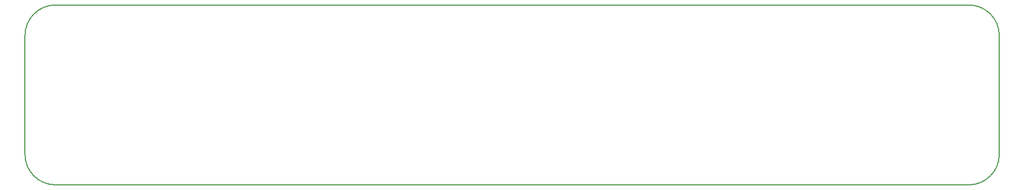
<source format=gko>
G04*
G04 #@! TF.GenerationSoftware,Altium Limited,Altium Designer,20.0.9 (164)*
G04*
G04 Layer_Color=16711935*
%FSLAX25Y25*%
%MOIN*%
G70*
G01*
G75*
%ADD11C,0.00787*%
D11*
X25591Y122047D02*
G03*
X5906Y102362I0J-19685D01*
G01*
Y25591D02*
G03*
X25591Y5906I19685J0D01*
G01*
X614173D02*
G03*
X633858Y25591I0J19685D01*
G01*
Y102362D02*
G03*
X614173Y122047I-19685J0D01*
G01*
X25591Y122047D02*
X614173Y122047D01*
X5906Y25500D02*
Y102362D01*
X25591Y5906D02*
X614173Y5906D01*
X633858Y25500D02*
Y102362D01*
M02*

</source>
